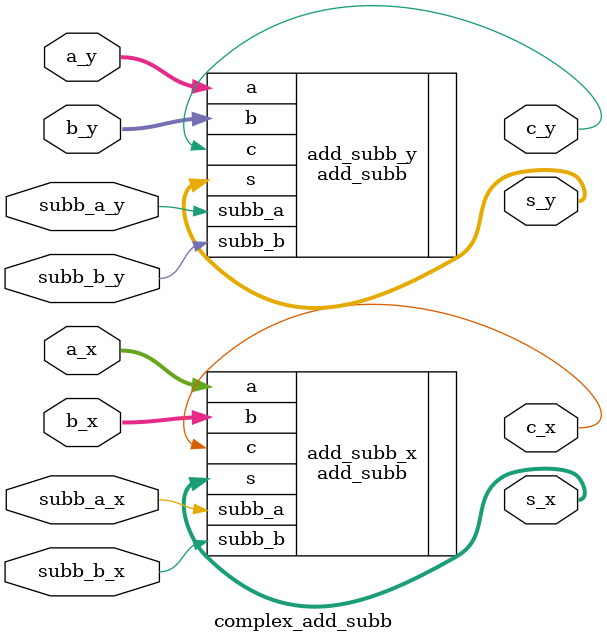
<source format=v>

module complex_add_subb #(
    // ----------------------------------
    // Parameters
    // ----------------------------------
    parameter W      = 64
  ) (
    // ----------------------------------
    // Data inputs
    // ----------------------------------
    input   wire              subb_a_x,
    input   wire              subb_a_y,
    input   wire              subb_b_x,
    input   wire              subb_b_y,
    input   wire  [W-1:0]     a_x,
    input   wire  [W-1:0]     a_y,
    input   wire  [W-1:0]     b_x,
    input   wire  [W-1:0]     b_y,
    // ----------------------------------
    // Data outputs
    // ----------------------------------
    output  wire              c_x,
    output  wire              c_y,
    output  wire  [W-1:0]     s_x,
    output  wire  [W-1:0]     s_y
  );
// *****************************************************************************

`include "bkm_defs.vh"

// *****************************************************************************
// Architecture
// *****************************************************************************
// This architecture uses two ripple carry adders to implement the complex adder.
// *****************************************************************************

   // -----------------------------------------------------
   // Internal signals
   // -----------------------------------------------------
   // -----------------------------------------------------

   // -----------------------------------------------------
   // Combinational logic
   // -----------------------------------------------------

   // -----------------------------------------------------
   // X Adder/subb
   // -----------------------------------------------------
   add_subb #(
    // ----------------------------------
    // Parameters
    // ----------------------------------
      .W                   (W)
   ) add_subb_x (
    // ----------------------------------
    // Data inputs
    // ----------------------------------
      .subb_a              (subb_a_x),
      .subb_b              (subb_b_x),
      .a                   (a_x),
      .b                   (b_x),
    // ----------------------------------
    // Data outputs
    // ----------------------------------
      .c                   (c_x),
      .s                   (s_x)
   );
   // -----------------------------------------------------

   // -----------------------------------------------------
   // Y Adder/subb
   // -----------------------------------------------------
   add_subb #(
    // ----------------------------------
    // Parameters
    // ----------------------------------
      .W                   (W)
   ) add_subb_y (
    // ----------------------------------
    // Data inputs
    // ----------------------------------
      .subb_a              (subb_a_y),
      .subb_b              (subb_b_y),
      .a                   (a_y),
      .b                   (b_y),
    // ----------------------------------
    // Data outputs
    // ----------------------------------
      .c                   (c_y),
      .s                   (s_y)
   );
   // -----------------------------------------------------

// *****************************************************************************

// *****************************************************************************
// Assertions and debugging
// *****************************************************************************
`ifdef RTL_DEBUG

   //XXXXX TO FILL IN HERE XXXXX

`endif
// *****************************************************************************

endmodule



</source>
